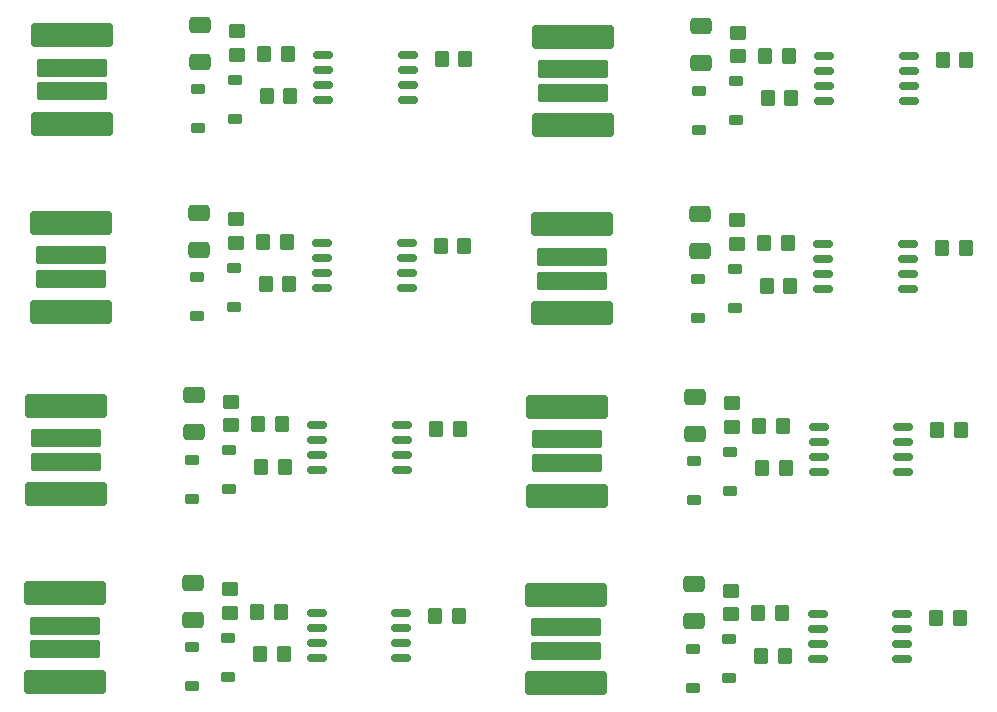
<source format=gbr>
%TF.GenerationSoftware,KiCad,Pcbnew,9.0.2*%
%TF.CreationDate,2025-11-07T14:57:23+01:00*%
%TF.ProjectId,Digispark_USB_Panel,44696769-7370-4617-926b-5f5553425f50,rev?*%
%TF.SameCoordinates,Original*%
%TF.FileFunction,Paste,Top*%
%TF.FilePolarity,Positive*%
%FSLAX46Y46*%
G04 Gerber Fmt 4.6, Leading zero omitted, Abs format (unit mm)*
G04 Created by KiCad (PCBNEW 9.0.2) date 2025-11-07 14:57:23*
%MOMM*%
%LPD*%
G01*
G04 APERTURE LIST*
G04 Aperture macros list*
%AMRoundRect*
0 Rectangle with rounded corners*
0 $1 Rounding radius*
0 $2 $3 $4 $5 $6 $7 $8 $9 X,Y pos of 4 corners*
0 Add a 4 corners polygon primitive as box body*
4,1,4,$2,$3,$4,$5,$6,$7,$8,$9,$2,$3,0*
0 Add four circle primitives for the rounded corners*
1,1,$1+$1,$2,$3*
1,1,$1+$1,$4,$5*
1,1,$1+$1,$6,$7*
1,1,$1+$1,$8,$9*
0 Add four rect primitives between the rounded corners*
20,1,$1+$1,$2,$3,$4,$5,0*
20,1,$1+$1,$4,$5,$6,$7,0*
20,1,$1+$1,$6,$7,$8,$9,0*
20,1,$1+$1,$8,$9,$2,$3,0*%
G04 Aperture macros list end*
%ADD10RoundRect,0.250000X-0.350000X-0.450000X0.350000X-0.450000X0.350000X0.450000X-0.350000X0.450000X0*%
%ADD11RoundRect,0.300000X3.200000X0.700000X-3.200000X0.700000X-3.200000X-0.700000X3.200000X-0.700000X0*%
%ADD12RoundRect,0.225000X2.775000X0.525000X-2.775000X0.525000X-2.775000X-0.525000X2.775000X-0.525000X0*%
%ADD13RoundRect,0.250000X-0.650000X0.412500X-0.650000X-0.412500X0.650000X-0.412500X0.650000X0.412500X0*%
%ADD14RoundRect,0.162500X-0.650000X-0.162500X0.650000X-0.162500X0.650000X0.162500X-0.650000X0.162500X0*%
%ADD15RoundRect,0.225000X-0.375000X0.225000X-0.375000X-0.225000X0.375000X-0.225000X0.375000X0.225000X0*%
%ADD16RoundRect,0.250000X-0.450000X0.350000X-0.450000X-0.350000X0.450000X-0.350000X0.450000X0.350000X0*%
G04 APERTURE END LIST*
D10*
%TO.C,R2*%
X122253050Y-108812200D03*
X124253050Y-108812200D03*
%TD*%
D11*
%TO.C,U1*%
X105742550Y-111139800D03*
D12*
X105742550Y-108389800D03*
X105742550Y-106389800D03*
D11*
X105742550Y-103639800D03*
%TD*%
D13*
%TO.C,C1*%
X116582250Y-102766200D03*
X116582250Y-105891200D03*
%TD*%
D14*
%TO.C,U2*%
X127040950Y-105307000D03*
X127040950Y-106577000D03*
X127040950Y-107847000D03*
X127040950Y-109117000D03*
X134215950Y-109117000D03*
X134215950Y-107847000D03*
X134215950Y-106577000D03*
X134215950Y-105307000D03*
%TD*%
D15*
%TO.C,D1*%
X116455250Y-108230000D03*
X116455250Y-111530000D03*
%TD*%
%TO.C,D2*%
X119554050Y-107417200D03*
X119554050Y-110717200D03*
%TD*%
D10*
%TO.C,R3*%
X137070650Y-105611800D03*
X139070650Y-105611800D03*
%TD*%
D16*
%TO.C,R4*%
X119706450Y-103300400D03*
X119706450Y-105300400D03*
%TD*%
D10*
%TO.C,R1*%
X122024450Y-105230800D03*
X124024450Y-105230800D03*
%TD*%
%TO.C,R2*%
X124733850Y-77465600D03*
X122733850Y-77465600D03*
%TD*%
D16*
%TO.C,R4*%
X119635800Y-121188600D03*
X119635800Y-119188600D03*
%TD*%
D11*
%TO.C,U1*%
X105671900Y-119528000D03*
D12*
X105671900Y-122278000D03*
X105671900Y-124278000D03*
D11*
X105671900Y-127028000D03*
%TD*%
D13*
%TO.C,C1*%
X116511600Y-121779400D03*
X116511600Y-118654400D03*
%TD*%
D15*
%TO.C,D2*%
X119483400Y-126605400D03*
X119483400Y-123305400D03*
%TD*%
D14*
%TO.C,U2*%
X134145300Y-121195200D03*
X134145300Y-122465200D03*
X134145300Y-123735200D03*
X134145300Y-125005200D03*
X126970300Y-125005200D03*
X126970300Y-123735200D03*
X126970300Y-122465200D03*
X126970300Y-121195200D03*
%TD*%
D10*
%TO.C,R2*%
X124182400Y-124700400D03*
X122182400Y-124700400D03*
%TD*%
%TO.C,R3*%
X139000000Y-121500000D03*
X137000000Y-121500000D03*
%TD*%
D15*
%TO.C,D1*%
X116384600Y-127418200D03*
X116384600Y-124118200D03*
%TD*%
D10*
%TO.C,R1*%
X123953800Y-121119000D03*
X121953800Y-121119000D03*
%TD*%
D15*
%TO.C,D2*%
X120034850Y-79370600D03*
X120034850Y-76070600D03*
%TD*%
D13*
%TO.C,C1*%
X117063050Y-74544600D03*
X117063050Y-71419600D03*
%TD*%
D11*
%TO.C,U1*%
X106223350Y-72293200D03*
D12*
X106223350Y-75043200D03*
X106223350Y-77043200D03*
D11*
X106223350Y-79793200D03*
%TD*%
D10*
%TO.C,R1*%
X124505250Y-73884200D03*
X122505250Y-73884200D03*
%TD*%
D11*
%TO.C,U1*%
X106152700Y-88181400D03*
D12*
X106152700Y-90931400D03*
X106152700Y-92931400D03*
D11*
X106152700Y-95681400D03*
%TD*%
D15*
%TO.C,D1*%
X116936050Y-80183400D03*
X116936050Y-76883400D03*
%TD*%
D14*
%TO.C,U2*%
X134696750Y-73960400D03*
X134696750Y-75230400D03*
X134696750Y-76500400D03*
X134696750Y-77770400D03*
X127521750Y-77770400D03*
X127521750Y-76500400D03*
X127521750Y-75230400D03*
X127521750Y-73960400D03*
%TD*%
D16*
%TO.C,R4*%
X120187250Y-73953800D03*
X120187250Y-71953800D03*
%TD*%
%TO.C,R4*%
X120116600Y-89842000D03*
X120116600Y-87842000D03*
%TD*%
D13*
%TO.C,C1*%
X116992400Y-90432800D03*
X116992400Y-87307800D03*
%TD*%
D15*
%TO.C,D2*%
X119964200Y-95258800D03*
X119964200Y-91958800D03*
%TD*%
D14*
%TO.C,U2*%
X134626100Y-89848600D03*
X134626100Y-91118600D03*
X134626100Y-92388600D03*
X134626100Y-93658600D03*
X127451100Y-93658600D03*
X127451100Y-92388600D03*
X127451100Y-91118600D03*
X127451100Y-89848600D03*
%TD*%
D10*
%TO.C,R2*%
X124663200Y-93353800D03*
X122663200Y-93353800D03*
%TD*%
%TO.C,R3*%
X139551450Y-74265200D03*
X137551450Y-74265200D03*
%TD*%
%TO.C,R3*%
X139480800Y-90153400D03*
X137480800Y-90153400D03*
%TD*%
%TO.C,R1*%
X124434600Y-89772400D03*
X122434600Y-89772400D03*
%TD*%
D15*
%TO.C,D1*%
X116865400Y-96071600D03*
X116865400Y-92771600D03*
%TD*%
D13*
%TO.C,C1*%
X159008900Y-106017000D03*
X159008900Y-102892000D03*
%TD*%
D11*
%TO.C,U1*%
X148169200Y-103765600D03*
D12*
X148169200Y-106515600D03*
X148169200Y-108515600D03*
D11*
X148169200Y-111265600D03*
%TD*%
D13*
%TO.C,C1*%
X158938250Y-121905200D03*
X158938250Y-118780200D03*
%TD*%
D14*
%TO.C,U2*%
X176642600Y-105432800D03*
X176642600Y-106702800D03*
X176642600Y-107972800D03*
X176642600Y-109242800D03*
X169467600Y-109242800D03*
X169467600Y-107972800D03*
X169467600Y-106702800D03*
X169467600Y-105432800D03*
%TD*%
D10*
%TO.C,R3*%
X181426650Y-121625800D03*
X179426650Y-121625800D03*
%TD*%
%TO.C,R2*%
X167160500Y-77591400D03*
X165160500Y-77591400D03*
%TD*%
D15*
%TO.C,D1*%
X158881900Y-111655800D03*
X158881900Y-108355800D03*
%TD*%
%TO.C,D2*%
X161910050Y-126731200D03*
X161910050Y-123431200D03*
%TD*%
%TO.C,D2*%
X161980700Y-110843000D03*
X161980700Y-107543000D03*
%TD*%
D10*
%TO.C,R3*%
X181497300Y-105737600D03*
X179497300Y-105737600D03*
%TD*%
%TO.C,R1*%
X166451100Y-105356600D03*
X164451100Y-105356600D03*
%TD*%
D16*
%TO.C,R4*%
X162133100Y-105426200D03*
X162133100Y-103426200D03*
%TD*%
%TO.C,R4*%
X162062450Y-121314400D03*
X162062450Y-119314400D03*
%TD*%
D10*
%TO.C,R2*%
X166679700Y-108938000D03*
X164679700Y-108938000D03*
%TD*%
D11*
%TO.C,U1*%
X148098550Y-119653800D03*
D12*
X148098550Y-122403800D03*
X148098550Y-124403800D03*
D11*
X148098550Y-127153800D03*
%TD*%
D14*
%TO.C,U2*%
X176571950Y-121321000D03*
X176571950Y-122591000D03*
X176571950Y-123861000D03*
X176571950Y-125131000D03*
X169396950Y-125131000D03*
X169396950Y-123861000D03*
X169396950Y-122591000D03*
X169396950Y-121321000D03*
%TD*%
D10*
%TO.C,R2*%
X166609050Y-124826200D03*
X164609050Y-124826200D03*
%TD*%
D16*
%TO.C,R4*%
X162613900Y-74079600D03*
X162613900Y-72079600D03*
%TD*%
D11*
%TO.C,U1*%
X148579350Y-88307200D03*
D12*
X148579350Y-91057200D03*
X148579350Y-93057200D03*
D11*
X148579350Y-95807200D03*
%TD*%
D15*
%TO.C,D2*%
X162461500Y-79496400D03*
X162461500Y-76196400D03*
%TD*%
%TO.C,D1*%
X159362700Y-80309200D03*
X159362700Y-77009200D03*
%TD*%
D10*
%TO.C,R3*%
X181907450Y-90279200D03*
X179907450Y-90279200D03*
%TD*%
%TO.C,R1*%
X166931900Y-74010000D03*
X164931900Y-74010000D03*
%TD*%
D15*
%TO.C,D2*%
X162390850Y-95384600D03*
X162390850Y-92084600D03*
%TD*%
%TO.C,D1*%
X158811250Y-127544000D03*
X158811250Y-124244000D03*
%TD*%
D13*
%TO.C,C1*%
X159489700Y-74670400D03*
X159489700Y-71545400D03*
%TD*%
D10*
%TO.C,R1*%
X166380450Y-121244800D03*
X164380450Y-121244800D03*
%TD*%
D11*
%TO.C,U1*%
X148650000Y-72419000D03*
D12*
X148650000Y-75169000D03*
X148650000Y-77169000D03*
D11*
X148650000Y-79919000D03*
%TD*%
D14*
%TO.C,U2*%
X177123400Y-74086200D03*
X177123400Y-75356200D03*
X177123400Y-76626200D03*
X177123400Y-77896200D03*
X169948400Y-77896200D03*
X169948400Y-76626200D03*
X169948400Y-75356200D03*
X169948400Y-74086200D03*
%TD*%
D16*
%TO.C,R4*%
X162543250Y-89967800D03*
X162543250Y-87967800D03*
%TD*%
D13*
%TO.C,C1*%
X159419050Y-90558600D03*
X159419050Y-87433600D03*
%TD*%
D14*
%TO.C,U2*%
X177052750Y-89974400D03*
X177052750Y-91244400D03*
X177052750Y-92514400D03*
X177052750Y-93784400D03*
X169877750Y-93784400D03*
X169877750Y-92514400D03*
X169877750Y-91244400D03*
X169877750Y-89974400D03*
%TD*%
D10*
%TO.C,R2*%
X167089850Y-93479600D03*
X165089850Y-93479600D03*
%TD*%
%TO.C,R3*%
X181978100Y-74391000D03*
X179978100Y-74391000D03*
%TD*%
%TO.C,R1*%
X166861250Y-89898200D03*
X164861250Y-89898200D03*
%TD*%
D15*
%TO.C,D1*%
X159292050Y-96197400D03*
X159292050Y-92897400D03*
%TD*%
M02*

</source>
